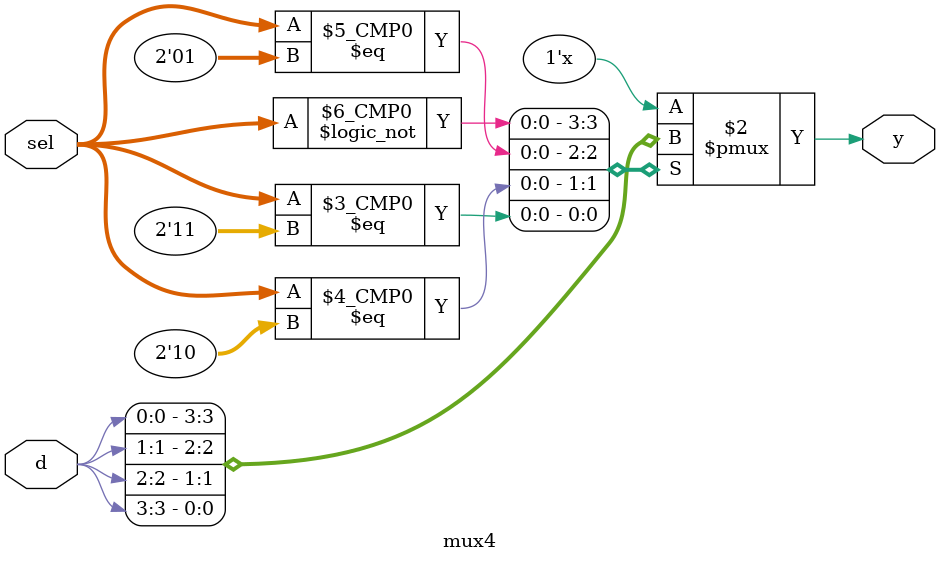
<source format=v>
module mux4(input [3:0] d, input [1:0] sel, output reg y);
    always @(d, sel) begin
        case(sel)
            2'b00: y = d[0];
            2'b01: y = d[1];
            2'b10: y = d[2];
            2'b11: y = d[3];
        endcase
    end
endmodule
</source>
